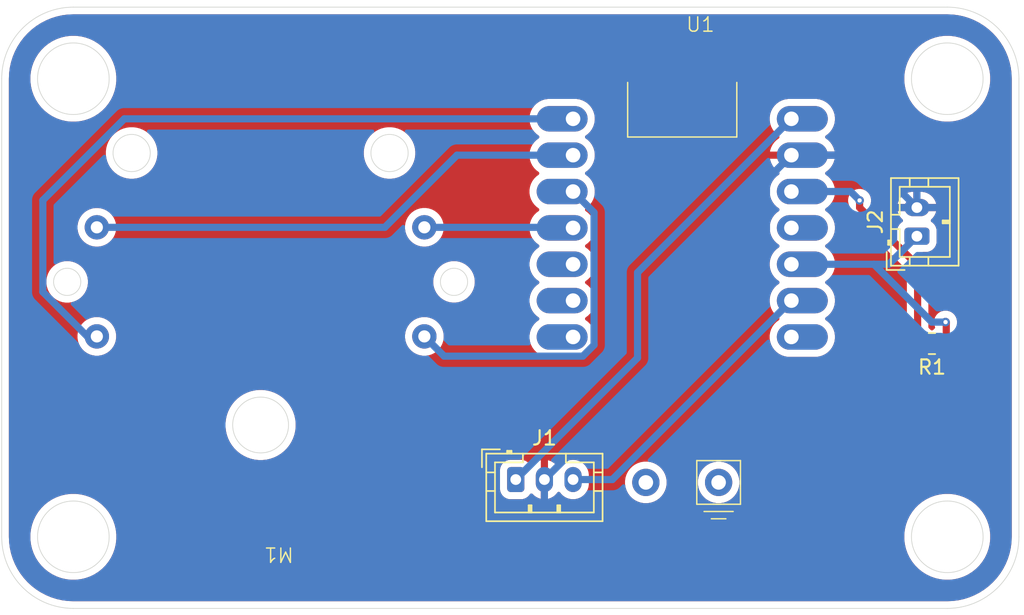
<source format=kicad_pcb>
(kicad_pcb (version 20241229) (generator "pcbnew") (generator_version "9.0")
  (layers (0 "F.Cu" signal) (2 "B.Cu" signal) (13 "F.Paste" user) (15 "B.Paste" user) (5 "F.SilkS" user "F.Silkscreen") (7 "B.SilkS" user "B.Silkscreen") (1 "F.Mask" user) (3 "B.Mask" user) (25 "Edge.Cuts" user))
  (net 0 "")
  (net 1 "/NEO_DATA")
  (net 2 "+5V")
  (net 3 "GND")
  (net 4 "/RESET_BTN")
  (net 5 "/MOTOR_B1")
  (net 6 "/MOTOR_A2")
  (net 7 "/MOTOR_A1")
  (net 8 "/MOTOR_B2")
  (net 9 "+3V3")
  (footprint "Resistor_SMD:R_0805_2012Metric_Pad1.20x1.40mm_HandSolder" (layer "F.Cu") (at 155.55 93.5 180)
    (property "Reference" "R1" (at 0 -1.65 0) (layer "F.SilkS"))
    (property "Value" "10 kΩ")
    (fp_line (start -0.227064 0.735) (end 0.227064 0.735) (stroke (width 0.12)) (layer "F.SilkS"))
    (fp_line (start -0.227064 -0.735) (end 0.227064 -0.735) (stroke (width 0.12)) (layer "F.SilkS"))
    (pad "1" smd roundrect (at -1 0 180) (size 1.2 1.4) (layers "F.Cu" "F.Mask" "F.Paste") (roundrect_rratio 0.208333) (net 4 "/RESET_BTN"))
    (pad "2" smd roundrect (at 1 0 180) (size 1.2 1.4) (layers "F.Cu" "F.Mask" "F.Paste") (roundrect_rratio 0.208333) (net 9 "+3V3"))
  )
  (footprint "x27_Footprint:x27_stepper_two_holes" (layer "F.Cu") (at 106.15 79.03 180)
    (property "Reference" "M1" (at -3.81 -29.21 180) (layer "F.SilkS") (effects (font (thickness 0.1))))
    (property "Value" "Stepper_Motor_bipolar")
    (fp_circle (center 10.96 -10.16) (end 11.91 -10.16) (stroke (width 0.05)) (fill no) (layer "Edge.Cuts"))
    (fp_circle (center 6.46 -1.16) (end 7.76 -1.16) (stroke (width 0.05)) (fill no) (layer "Edge.Cuts"))
    (fp_circle (center -2.54 -20.16) (end -0.59 -20.16) (stroke (width 0.05)) (fill no) (layer "Edge.Cuts"))
    (fp_circle (center -11.54 -1.16) (end -10.24 -1.16) (stroke (width 0.05)) (fill no) (layer "Edge.Cuts"))
    (fp_circle (center -16.04 -10.16) (end -15.09 -10.16) (stroke (width 0.05)) (fill no) (layer "Edge.Cuts"))
    (pad "1" thru_hole circle (at 8.89 -13.97 180) (size 1.7 1.7) (drill 0.85) (layers "*.Cu" "*.Mask") (net 7 "/MOTOR_A1"))
    (pad "2" thru_hole circle (at 8.89 -6.35 180) (size 1.7 1.7) (drill 0.85) (layers "*.Cu" "*.Mask") (net 6 "/MOTOR_A2"))
    (pad "3" thru_hole circle (at -13.97 -13.97 180) (size 1.7 1.7) (drill 0.85) (layers "*.Cu" "*.Mask") (net 5 "/MOTOR_B1"))
    (pad "4" thru_hole circle (at -13.97 -6.35 180) (size 1.7 1.7) (drill 0.85) (layers "*.Cu" "*.Mask") (net 8 "/MOTOR_B2"))
  )
  (footprint "Connector_JST:JST_PH_B2B-PH-K_1x02_P2.00mm_Vertical" (layer "F.Cu") (at 154.5 86 90)
    (property "Reference" "J2" (at 1 -2.9 90) (layer "F.SilkS"))
    (property "Value" "Conn_01x02")
    (fp_line (start -1.11 -2.11) (end -2.36 -2.11) (stroke (width 0.12)) (layer "F.SilkS"))
    (fp_line (start -2.36 -2.11) (end -2.36 -0.86) (stroke (width 0.12)) (layer "F.SilkS"))
    (fp_line (start -0.3 -2.01) (end -0.6 -2.01) (stroke (width 0.12)) (layer "F.SilkS"))
    (fp_line (start -0.6 -2.01) (end -0.6 -1.81) (stroke (width 0.12)) (layer "F.SilkS"))
    (fp_line (start -0.3 -1.91) (end -0.6 -1.91) (stroke (width 0.12)) (layer "F.SilkS"))
    (fp_line (start 4.06 -1.81) (end -2.06 -1.81) (stroke (width 0.12)) (layer "F.SilkS"))
    (fp_line (start 0.5 -1.81) (end 0.5 -1.2) (stroke (width 0.12)) (layer "F.SilkS"))
    (fp_line (start -0.3 -1.81) (end -0.3 -2.01) (stroke (width 0.12)) (layer "F.SilkS"))
    (fp_line (start -2.06 -1.81) (end -2.06 2.91) (stroke (width 0.12)) (layer "F.SilkS"))
    (fp_line (start 3.45 -1.2) (end 1.5 -1.2) (stroke (width 0.12)) (layer "F.SilkS"))
    (fp_line (start 1.5 -1.2) (end 1.5 -1.81) (stroke (width 0.12)) (layer "F.SilkS"))
    (fp_line (start 0.5 -1.2) (end -1.45 -1.2) (stroke (width 0.12)) (layer "F.SilkS"))
    (fp_line (start -1.45 -1.2) (end -1.45 2.3) (stroke (width 0.12)) (layer "F.SilkS"))
    (fp_line (start 4.06 -0.5) (end 3.45 -0.5) (stroke (width 0.12)) (layer "F.SilkS"))
    (fp_line (start -2.06 -0.5) (end -1.45 -0.5) (stroke (width 0.12)) (layer "F.SilkS"))
    (fp_line (start 4.06 0.8) (end 3.45 0.8) (stroke (width 0.12)) (layer "F.SilkS"))
    (fp_line (start -2.06 0.8) (end -1.45 0.8) (stroke (width 0.12)) (layer "F.SilkS"))
    (fp_line (start 1.1 1.8) (end 1.1 2.3) (stroke (width 0.12)) (layer "F.SilkS"))
    (fp_line (start 0.9 1.8) (end 1.1 1.8) (stroke (width 0.12)) (layer "F.SilkS"))
    (fp_line (start 3.45 2.3) (end 3.45 -1.2) (stroke (width 0.12)) (layer "F.SilkS"))
    (fp_line (start 1 2.3) (end 1 1.8) (stroke (width 0.12)) (layer "F.SilkS"))
    (fp_line (start 0.9 2.3) (end 0.9 1.8) (stroke (width 0.12)) (layer "F.SilkS"))
    (fp_line (start -1.45 2.3) (end 3.45 2.3) (stroke (width 0.12)) (layer "F.SilkS"))
    (fp_line (start 4.06 2.91) (end 4.06 -1.81) (stroke (width 0.12)) (layer "F.SilkS"))
    (fp_line (start -2.06 2.91) (end 4.06 2.91) (stroke (width 0.12)) (layer "F.SilkS"))
    (pad "1" thru_hole roundrect (at 0 0 90) (size 1.2 1.75) (drill 0.75) (layers "*.Cu" "*.Mask") (roundrect_rratio 0.208333) (net 4 "/RESET_BTN"))
    (pad "2" thru_hole oval (at 2 0 90) (size 1.2 1.75) (drill 0.75) (layers "*.Cu" "*.Mask") (net 3 "GND"))
  )
  (footprint "Connector_JST:JST_PH_B3B-PH-K_1x03_P2.00mm_Vertical" (layer "F.Cu") (at 126.5 103)
    (property "Reference" "J1" (at 2 -2.9 0) (layer "F.SilkS"))
    (property "Value" "Conn_01x03")
    (fp_line (start -2.36 -2.11) (end -2.36 -0.86) (stroke (width 0.12)) (layer "F.SilkS"))
    (fp_line (start -2.06 -1.81) (end -2.06 2.91) (stroke (width 0.12)) (layer "F.SilkS"))
    (fp_line (start -2.06 -0.5) (end -1.45 -0.5) (stroke (width 0.12)) (layer "F.SilkS"))
    (fp_line (start -2.06 0.8) (end -1.45 0.8) (stroke (width 0.12)) (layer "F.SilkS"))
    (fp_line (start -2.06 2.91) (end 6.06 2.91) (stroke (width 0.12)) (layer "F.SilkS"))
    (fp_line (start -1.45 -1.2) (end -1.45 2.3) (stroke (width 0.12)) (layer "F.SilkS"))
    (fp_line (start -1.45 2.3) (end 5.45 2.3) (stroke (width 0.12)) (layer "F.SilkS"))
    (fp_line (start -1.11 -2.11) (end -2.36 -2.11) (stroke (width 0.12)) (layer "F.SilkS"))
    (fp_line (start -0.6 -2.01) (end -0.6 -1.81) (stroke (width 0.12)) (layer "F.SilkS"))
    (fp_line (start -0.3 -2.01) (end -0.6 -2.01) (stroke (width 0.12)) (layer "F.SilkS"))
    (fp_line (start -0.3 -1.91) (end -0.6 -1.91) (stroke (width 0.12)) (layer "F.SilkS"))
    (fp_line (start -0.3 -1.81) (end -0.3 -2.01) (stroke (width 0.12)) (layer "F.SilkS"))
    (fp_line (start 0.5 -1.81) (end 0.5 -1.2) (stroke (width 0.12)) (layer "F.SilkS"))
    (fp_line (start 0.5 -1.2) (end -1.45 -1.2) (stroke (width 0.12)) (layer "F.SilkS"))
    (fp_line (start 0.9 1.8) (end 1.1 1.8) (stroke (width 0.12)) (layer "F.SilkS"))
    (fp_line (start 0.9 2.3) (end 0.9 1.8) (stroke (width 0.12)) (layer "F.SilkS"))
    (fp_line (start 1 2.3) (end 1 1.8) (stroke (width 0.12)) (layer "F.SilkS"))
    (fp_line (start 1.1 1.8) (end 1.1 2.3) (stroke (width 0.12)) (layer "F.SilkS"))
    (fp_line (start 2.9 1.8) (end 3.1 1.8) (stroke (width 0.12)) (layer "F.SilkS"))
    (fp_line (start 2.9 2.3) (end 2.9 1.8) (stroke (width 0.12)) (layer "F.SilkS"))
    (fp_line (start 3 2.3) (end 3 1.8) (stroke (width 0.12)) (layer "F.SilkS"))
    (fp_line (start 3.1 1.8) (end 3.1 2.3) (stroke (width 0.12)) (layer "F.SilkS"))
    (fp_line (start 3.5 -1.2) (end 3.5 -1.81) (stroke (width 0.12)) (layer "F.SilkS"))
    (fp_line (start 5.45 -1.2) (end 3.5 -1.2) (stroke (width 0.12)) (layer "F.SilkS"))
    (fp_line (start 5.45 2.3) (end 5.45 -1.2) (stroke (width 0.12)) (layer "F.SilkS"))
    (fp_line (start 6.06 -1.81) (end -2.06 -1.81) (stroke (width 0.12)) (layer "F.SilkS"))
    (fp_line (start 6.06 -0.5) (end 5.45 -0.5) (stroke (width 0.12)) (layer "F.SilkS"))
    (fp_line (start 6.06 0.8) (end 5.45 0.8) (stroke (width 0.12)) (layer "F.SilkS"))
    (fp_line (start 6.06 2.91) (end 6.06 -1.81) (stroke (width 0.12)) (layer "F.SilkS"))
    (pad "1" thru_hole roundrect (at 0 0) (size 1.2 1.75) (drill 0.75) (layers "*.Cu" "*.Mask") (roundrect_rratio 0.208333) (net 2 "+5V"))
    (pad "2" thru_hole oval (at 2 0) (size 1.2 1.75) (drill 0.75) (layers "*.Cu" "*.Mask") (net 3 "GND"))
    (pad "3" thru_hole oval (at 4 0) (size 1.2 1.75) (drill 0.75) (layers "*.Cu" "*.Mask") (net 1 "/NEO_DATA"))
  )
  (footprint "GIX_ESP32:XIAO_ESP32" (layer "F.Cu") (at 138.12 85.42)
    (property "Reference" "U1" (at 1.27 -14.2 0) (layer "F.SilkS") (effects (font (thickness 0.1))))
    (property "Value" "ESP32C3")
    (fp_line (start -3.81 -10.16) (end -3.81 -6.35) (stroke (width 0.1)) (layer "F.SilkS"))
    (fp_line (start -3.81 -6.35) (end 3.81 -6.35) (stroke (width 0.1)) (layer "F.SilkS"))
    (fp_line (start 1.016 16.256) (end 4.064 16.256) (stroke (width 0.1)) (layer "F.SilkS"))
    (fp_line (start 1.016 19.304) (end 1.016 16.256) (stroke (width 0.1)) (layer "F.SilkS"))
    (fp_line (start 1.524 19.812) (end 3.556 19.812) (stroke (width 0.1)) (layer "F.SilkS"))
    (fp_line (start 2.032 20.32) (end 3.048 20.32) (stroke (width 0.1)) (layer "F.SilkS"))
    (fp_line (start 3.81 -6.35) (end 3.81 -10.16) (stroke (width 0.1)) (layer "F.SilkS"))
    (fp_line (start 4.064 16.256) (end 4.064 19.304) (stroke (width 0.1)) (layer "F.SilkS"))
    (fp_line (start 4.064 19.304) (end 1.016 19.304) (stroke (width 0.1)) (layer "F.SilkS"))
    (pad "1" thru_hole oval (at -7.62 -7.62) (size 3.556 1.778) (drill 1.016 (offset -0.762 0)) (layers "*.Cu" "*.Mask") (net 7 "/MOTOR_A1"))
    (pad "2" thru_hole oval (at -7.62 -5.08) (size 3.556 1.778) (drill 1.016 (offset -0.762 0)) (layers "*.Cu" "*.Mask") (net 6 "/MOTOR_A2"))
    (pad "3" thru_hole oval (at -7.62 -2.54) (size 3.556 1.778) (drill 1.016 (offset -0.762 0)) (layers "*.Cu" "*.Mask") (net 5 "/MOTOR_B1"))
    (pad "4" thru_hole oval (at -7.62 0) (size 3.556 1.778) (drill 1.016 (offset -0.762 0)) (layers "*.Cu" "*.Mask") (net 8 "/MOTOR_B2"))
    (pad "5" thru_hole oval (at -7.62 2.54) (size 3.556 1.778) (drill 1.016 (offset -0.762 0)) (layers "*.Cu" "*.Mask"))
    (pad "6" thru_hole oval (at -7.62 5.08) (size 3.556 1.778) (drill 1.016 (offset -0.762 0)) (layers "*.Cu" "*.Mask"))
    (pad "7" thru_hole oval (at -7.62 7.62) (size 3.556 1.778) (drill 1.016 (offset -0.762 0)) (layers "*.Cu" "*.Mask"))
    (pad "8" thru_hole oval (at 7.62 7.62) (size 3.556 1.778) (drill 1.016 (offset 0.762 0)) (layers "*.Cu" "*.Mask"))
    (pad "9" thru_hole oval (at 7.62 5.08) (size 3.556 1.778) (drill 1.016 (offset 0.762 0)) (layers "*.Cu" "*.Mask") (net 1 "/NEO_DATA"))
    (pad "10" thru_hole oval (at 7.62 2.54) (size 3.556 1.778) (drill 1.016 (offset 0.762 0)) (layers "*.Cu" "*.Mask") (net 4 "/RESET_BTN"))
    (pad "11" thru_hole oval (at 7.62 0) (size 3.556 1.778) (drill 1.016 (offset 0.762 0)) (layers "*.Cu" "*.Mask"))
    (pad "12" thru_hole oval (at 7.62 -2.54) (size 3.556 1.778) (drill 1.016 (offset 0.762 0)) (layers "*.Cu" "*.Mask") (net 9 "+3V3"))
    (pad "13" thru_hole oval (at 7.62 -5.08) (size 3.556 1.778) (drill 1.016 (offset 0.762 0)) (layers "*.Cu" "*.Mask") (net 3 "GND"))
    (pad "14" thru_hole oval (at 7.62 -7.62) (size 3.556 1.778) (drill 1.016 (offset 0.762 0)) (layers "*.Cu" "*.Mask") (net 2 "+5V"))
    (pad "15" thru_hole circle (at -2.54 17.78) (size 1.905 1.905) (drill 1.016) (layers "*.Cu" "*.Mask"))
    (pad "16" thru_hole circle (at 2.54 17.78) (size 1.905 1.905) (drill 1.016) (layers "*.Cu" "*.Mask"))
  )
  (gr_arc (start 156.62 70) (mid 160.155534 71.464466) (end 161.62 75) (stroke (width 0.05)) (layer "Edge.Cuts"))
  (gr_arc (start 95.62 112) (mid 92.084466 110.535534) (end 90.62 107) (stroke (width 0.05)) (layer "Edge.Cuts"))
  (gr_arc (start 90.62 75) (mid 92.084466 71.464466) (end 95.62 70) (stroke (width 0.05)) (layer "Edge.Cuts"))
  (gr_line (start 90.62 107) (end 90.62 75) (stroke (width 0.05)) (layer "Edge.Cuts"))
  (gr_circle (center 156.62 75) (end 156.62 72.5) (stroke (width 0.05)) (fill no) (layer "Edge.Cuts"))
  (gr_line (start 95.62 70) (end 156.62 70) (stroke (width 0.05)) (layer "Edge.Cuts"))
  (gr_circle (center 156.62 107) (end 156.62 109.5) (stroke (width 0.05)) (fill no) (layer "Edge.Cuts"))
  (gr_line (start 156.62 112) (end 95.62 112) (stroke (width 0.05)) (layer "Edge.Cuts"))
  (gr_arc (start 161.62 107) (mid 160.155534 110.535534) (end 156.62 112) (stroke (width 0.05)) (layer "Edge.Cuts"))
  (gr_line (start 161.62 75) (end 161.62 107) (stroke (width 0.05)) (layer "Edge.Cuts"))
  (gr_circle (center 95.62 107) (end 93.62 108.5) (stroke (width 0.05)) (fill no) (layer "Edge.Cuts"))
  (gr_circle (center 95.62 75) (end 95.62 72.5) (stroke (width 0.05)) (fill no) (layer "Edge.Cuts"))
  (segment (start 133.24 103) (end 130.5 103) (width 0.5) (layer "B.Cu") (net 1))
  (segment (start 145.74 90.5) (end 133.24 103) (width 0.5) (layer "B.Cu") (net 1))
  (segment (start 145.74 77.8) (end 135 88.54) (width 0.5) (layer "B.Cu") (net 2))
  (segment (start 135 94.5) (end 126.5 103) (width 0.5) (layer "B.Cu") (net 2))
  (segment (start 135 88.54) (end 135 94.5) (width 0.5) (layer "B.Cu") (net 2))
  (segment (start 144 87.5) (end 128.5 103) (width 0.5) (layer "B.Cu") (net 3))
  (segment (start 145.74 80.34) (end 150.84 80.34) (width 0.5) (layer "B.Cu") (net 3))
  (segment (start 145.9 80.5) (end 145.74 80.34) (width 0.5) (layer "B.Cu") (net 3))
  (segment (start 145.74 80.34) (end 144 82.08) (width 0.5) (layer "B.Cu") (net 3))
  (segment (start 144 82.08) (end 144 87.5) (width 0.5) (layer "B.Cu") (net 3))
  (segment (start 150.84 80.34) (end 154.5 84) (width 0.5) (layer "B.Cu") (net 3))
  (segment (start 156.55 93.5) (end 156.55 92.05) (width 0.5) (layer "F.Cu") (net 4))
  (segment (start 156.55 92.05) (end 156.5 92) (width 0.5) (layer "F.Cu") (net 4))
  (via (at 156.5 92) (size 0.6) (drill 0.3) (layers "F.Cu" "B.Cu") (net 4))
  (segment (start 145.74 87.96) (end 151.5 87.96) (width 0.5) (layer "B.Cu") (net 4))
  (segment (start 156.5 92) (end 155.54 92) (width 0.5) (layer "B.Cu") (net 4))
  (segment (start 151.5 87.96) (end 152.54 87.96) (width 0.5) (layer "B.Cu") (net 4))
  (segment (start 155.54 92) (end 151.5 87.96) (width 0.5) (layer "B.Cu") (net 4))
  (segment (start 152.54 87.96) (end 154.5 86) (width 0.5) (layer "B.Cu") (net 4))
  (segment (start 130.5 82.88) (end 131.967 84.347) (width 0.5) (layer "B.Cu") (net 5))
  (segment (start 131.182046 94.38) (end 121.5 94.38) (width 0.5) (layer "B.Cu") (net 5))
  (segment (start 131.967 93.595046) (end 131.182046 94.38) (width 0.5) (layer "B.Cu") (net 5))
  (segment (start 131.967 84.347) (end 131.967 93.595046) (width 0.5) (layer "B.Cu") (net 5))
  (segment (start 121.5 94.38) (end 120.12 93) (width 0.5) (layer "B.Cu") (net 5))
  (segment (start 117.359447 85.38) (end 122.399447 80.34) (width 0.5) (layer "B.Cu") (net 6))
  (segment (start 122.399447 80.34) (end 130.5 80.34) (width 0.5) (layer "B.Cu") (net 6))
  (segment (start 97.26 85.38) (end 117.359447 85.38) (width 0.5) (layer "B.Cu") (net 6))
  (segment (start 93.489 83.490447) (end 93.489 89.894578) (width 0.5) (layer "B.Cu") (net 7))
  (segment (start 93.489 89.894578) (end 96.594422 93) (width 0.5) (layer "B.Cu") (net 7))
  (segment (start 99.179447 77.8) (end 93.489 83.490447) (width 0.5) (layer "B.Cu") (net 7))
  (segment (start 130.5 77.8) (end 99.179447 77.8) (width 0.5) (layer "B.Cu") (net 7))
  (segment (start 96.594422 93) (end 97.26 93) (width 0.5) (layer "B.Cu") (net 7))
  (segment (start 130.5 85.42) (end 130.46 85.38) (width 0.5) (layer "B.Cu") (net 8))
  (segment (start 130.46 85.38) (end 120.12 85.38) (width 0.5) (layer "B.Cu") (net 8))
  (segment (start 154.55 88.05) (end 154.55 93.5) (width 0.5) (layer "F.Cu") (net 9))
  (segment (start 150.5 84) (end 154.55 88.05) (width 0.5) (layer "F.Cu") (net 9))
  (segment (start 150.5 83.5) (end 150.5 84) (width 0.5) (layer "F.Cu") (net 9))
  (via (at 150.5 83.5) (size 0.6) (drill 0.3) (layers "F.Cu" "B.Cu") (net 9))
  (segment (start 145.74 82.88) (end 149.88 82.88) (width 0.5) (layer "B.Cu") (net 9))
  (segment (start 149.88 82.88) (end 150.5 83.5) (width 0.5) (layer "B.Cu") (net 9))
  (zone (net 3) (net_name "GND") (layers "F.Cu" "B.Cu") (connect_pads (clearance 0.5)) (min_thickness 0.25) (fill yes (thermal_gap 0.5) (thermal_bridge_width 0.5))
    (polygon (pts (xy 90.5 69.5) (xy 162 70) (xy 162 112.5) (xy 90.5 112.5)))
  )
)
</source>
